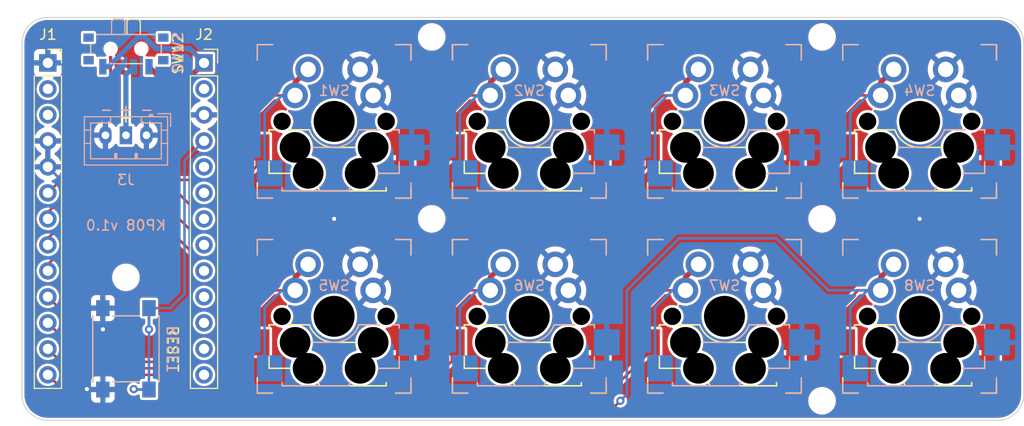
<source format=kicad_pcb>
(kicad_pcb (version 20211014) (generator pcbnew)
  (title_block (title "KP08") (rev "1.0") (comment 1 "MIT License (Open source hardware)"))
  (layers (0 "F.Cu" signal) (31 "B.Cu" signal) (34 "B.Paste" user) (35 "F.Paste" user) (36 "B.SilkS" user "B.Silkscreen") (37 "F.SilkS" user "F.Silkscreen") (38 "B.Mask" user) (39 "F.Mask" user) (44 "Edge.Cuts" user))
  (net 0 "")
  (net 1 "GND")
  (net 2 "+BATT")
  (net 3 "Net-(J3-Pad2)")
  (net 4 "KEY_1")
  (net 5 "KEY_2")
  (net 6 "KEY_3")
  (net 7 "KEY_4")
  (net 8 "KEY_5")
  (net 9 "KEY_6")
  (net 10 "KEY_7")
  (net 11 "KEY_8")
  (net 12 "RESET")
  (net 16 "VBUS")
  (net 17 "+3V3")
  (footprint "key-switches:MX_switch_Gateron_hotswap_double_sided_A" (layer "F.Cu") (at 171.45 76.2)
    (fp_text reference "SW4" (at 0 -3 unlocked) (layer "B.SilkS") (effects (justify mirror)))
    (fp_text value "SW_Push" hide)
    (pad "" np_thru_hole circle (at 5.08 0) (size 1.7 1.7) (drill 1.7) (layers *.Mask))
    (pad "" np_thru_hole circle (at -3.81 2.54) (size 3 3) (drill 3) (layers *.Mask))
    (pad "" np_thru_hole circle (at -5.08 0) (size 1.7 1.7) (drill 1.7) (layers *.Mask))
    (pad "" np_thru_hole circle (at -2.54 5.08) (size 3 3) (drill 3) (layers *.Mask))
    (pad "" np_thru_hole circle (at 3.81 2.54) (size 3 3) (drill 3) (layers *.Mask))
    (pad "" np_thru_hole circle (at 2.54 5.08) (size 3 3) (drill 3) (layers *.Mask))
    (pad "" np_thru_hole circle (at 0 0) (size 4 4) (drill 4) (layers *.Mask))
    (pad "1" thru_hole circle (at -3.81 -2.54) (size 2.5 2.5) (drill 1.5) (layers *.Cu *.Mask) (net 7 "KEY_4"))
    (pad "1" smd rect (at -6.29 5.08) (size 2.5 2.55) (layers "B.Cu" "B.Paste" "B.Mask") (net 7 "KEY_4"))
    (pad "1" thru_hole circle (at -2.54 -5.08) (size 2.5 2.5) (drill 1.5) (layers *.Cu *.Mask) (net 7 "KEY_4"))
    (pad "1" smd rect (at -7.56 2.54) (size 2.5 2.55) (layers "F.Cu" "F.Paste" "F.Mask") (net 7 "KEY_4"))
    (pad "2" thru_hole circle (at 3.81 -2.54) (size 2.5 2.5) (drill 1.5) (layers *.Cu *.Mask) (net 1 "GND"))
    (pad "2" thru_hole circle (at 2.54 -5.08) (size 2.5 2.5) (drill 1.5) (layers *.Cu *.Mask) (net 1 "GND"))
    (pad "2" smd rect (at 6.29 5.08) (size 2.5 2.55) (layers "F.Cu" "F.Paste" "F.Mask") (net 1 "GND"))
    (pad "2" smd rect (at 7.56 2.54) (size 2.5 2.55) (layers "B.Cu" "B.Paste" "B.Mask") (net 1 "GND"))
  )
  (footprint "key-switches:MX_switch_Gateron_hotswap_double_sided_A" (layer "F.Cu") (at 114.3 76.2)
    (fp_text reference "SW1" (at 0 -3 unlocked) (layer "B.SilkS") (effects (justify mirror)))
    (fp_text value "SW_Push" hide)
    (pad "" np_thru_hole circle (at 2.54 5.08) (size 3 3) (drill 3) (layers *.Mask))
    (pad "" np_thru_hole circle (at -5.08 0) (size 1.7 1.7) (drill 1.7) (layers *.Mask))
    (pad "" np_thru_hole circle (at 3.81 2.54) (size 3 3) (drill 3) (layers *.Mask))
    (pad "" np_thru_hole circle (at 0 0) (size 4 4) (drill 4) (layers *.Mask))
    (pad "" np_thru_hole circle (at 5.08 0) (size 1.7 1.7) (drill 1.7) (layers *.Mask))
    (pad "" np_thru_hole circle (at -2.54 5.08) (size 3 3) (drill 3) (layers *.Mask))
    (pad "" np_thru_hole circle (at -3.81 2.54) (size 3 3) (drill 3) (layers *.Mask))
    (pad "1" smd rect (at -7.56 2.54) (size 2.5 2.55) (layers "F.Cu" "F.Paste" "F.Mask") (net 4 "KEY_1"))
    (pad "1" thru_hole circle (at -2.54 -5.08) (size 2.5 2.5) (drill 1.5) (layers *.Cu *.Mask) (net 4 "KEY_1"))
    (pad "1" thru_hole circle (at -3.81 -2.54) (size 2.5 2.5) (drill 1.5) (layers *.Cu *.Mask) (net 4 "KEY_1"))
    (pad "1" smd rect (at -6.29 5.08) (size 2.5 2.55) (layers "B.Cu" "B.Paste" "B.Mask") (net 4 "KEY_1"))
    (pad "2" smd rect (at 6.29 5.08) (size 2.5 2.55) (layers "F.Cu" "F.Paste" "F.Mask") (net 1 "GND"))
    (pad "2" thru_hole circle (at 3.81 -2.54) (size 2.5 2.5) (drill 1.5) (layers *.Cu *.Mask) (net 1 "GND"))
    (pad "2" smd rect (at 7.56 2.54) (size 2.5 2.55) (layers "B.Cu" "B.Paste" "B.Mask") (net 1 "GND"))
    (pad "2" thru_hole circle (at 2.54 -5.08) (size 2.5 2.5) (drill 1.5) (layers *.Cu *.Mask) (net 1 "GND"))
  )
  (footprint "Button_Switch_SMD:SW_Push_1P1T_NO_6x6mm_H9.5mm" (layer "F.Cu") (at 93.98 98.425 -90)
    (fp_text reference "SW11" hide)
    (fp_text value "SW_Push")
    (fp_text user "RESET" (at 0 -4.572 -90 unlocked) (layer "F.SilkS"))
    (pad "1" smd rect (at -3.975 -2.25 270) (size 1.55 1.3) (layers "F.Cu" "F.Paste" "F.Mask") (net 12 "RESET"))
    (pad "1" smd rect (at 3.975 -2.25 270) (size 1.55 1.3) (layers "F.Cu" "F.Paste" "F.Mask") (net 12 "RESET"))
    (pad "2" smd rect (at -3.975 2.25 270) (size 1.55 1.3) (layers "F.Cu" "F.Paste" "F.Mask") (net 1 "GND"))
    (pad "2" smd rect (at 3.975 2.25 270) (size 1.55 1.3) (layers "F.Cu" "F.Paste" "F.Mask") (net 1 "GND"))
  )
  (footprint "key-switches:MX_switch_Gateron_hotswap_double_sided_A" (layer "F.Cu") (at 171.45 95.25)
    (fp_text reference "SW8" (at 0 -3 unlocked) (layer "B.SilkS") (effects (justify mirror)))
    (fp_text value "SW_Push" hide)
    (pad "" np_thru_hole circle (at 5.08 0) (size 1.7 1.7) (drill 1.7) (layers *.Mask))
    (pad "" np_thru_hole circle (at -2.54 5.08) (size 3 3) (drill 3) (layers *.Mask))
    (pad "" np_thru_hole circle (at 3.81 2.54) (size 3 3) (drill 3) (layers *.Mask))
    (pad "" np_thru_hole circle (at -3.81 2.54) (size 3 3) (drill 3) (layers *.Mask))
    (pad "" np_thru_hole circle (at 2.54 5.08) (size 3 3) (drill 3) (layers *.Mask))
    (pad "" np_thru_hole circle (at 0 0) (size 4 4) (drill 4) (layers *.Mask))
    (pad "" np_thru_hole circle (at -5.08 0) (size 1.7 1.7) (drill 1.7) (layers *.Mask))
    (pad "1" thru_hole circle (at -3.81 -2.54) (size 2.5 2.5) (drill 1.5) (layers *.Cu *.Mask) (net 11 "KEY_8"))
    (pad "1" thru_hole circle (at -2.54 -5.08) (size 2.5 2.5) (drill 1.5) (layers *.Cu *.Mask) (net 11 "KEY_8"))
    (pad "1" smd rect (at -6.29 5.08) (size 2.5 2.55) (layers "B.Cu" "B.Paste" "B.Mask") (net 11 "KEY_8"))
    (pad "1" smd rect (at -7.56 2.54) (size 2.5 2.55) (layers "F.Cu" "F.Paste" "F.Mask") (net 11 "KEY_8"))
    (pad "2" smd rect (at 6.29 5.08) (size 2.5 2.55) (layers "F.Cu" "F.Paste" "F.Mask") (net 1 "GND"))
    (pad "2" thru_hole circle (at 2.54 -5.08) (size 2.5 2.5) (drill 1.5) (layers *.Cu *.Mask) (net 1 "GND"))
    (pad "2" thru_hole circle (at 3.81 -2.54) (size 2.5 2.5) (drill 1.5) (layers *.Cu *.Mask) (net 1 "GND"))
    (pad "2" smd rect (at 7.56 2.54) (size 2.5 2.55) (layers "B.Cu" "B.Paste" "B.Mask") (net 1 "GND"))
  )
  (footprint "Connector_PinSocket_2.54mm:PinSocket_1x13_P2.54mm_Vertical" (layer "F.Cu") (at 86.36 70.485)
    (fp_text reference "J1" (at 0 -2.77) (layer "F.SilkS"))
    (fp_text value "Conn_01x13")
    (pad "1" thru_hole rect locked (at 0 0) (size 1.7 1.7) (drill 1) (layers *.Cu *.Mask) (net 1 "GND"))
    (pad "2" thru_hole oval locked (at 0 2.54) (size 1.7 1.7) (drill 1) (layers *.Cu *.Mask))
    (pad "3" thru_hole oval locked (at 0 5.08) (size 1.7 1.7) (drill 1) (layers *.Cu *.Mask))
    (pad "4" thru_hole oval locked (at 0 7.62) (size 1.7 1.7) (drill 1) (layers *.Cu *.Mask) (net 1 "GND"))
    (pad "5" thru_hole oval locked (at 0 10.16) (size 1.7 1.7) (drill 1) (layers *.Cu *.Mask) (net 1 "GND"))
    (pad "6" thru_hole oval locked (at 0 12.7) (size 1.7 1.7) (drill 1) (layers *.Cu *.Mask) (net 4 "KEY_1"))
    (pad "7" thru_hole oval locked (at 0 15.24) (size 1.7 1.7) (drill 1) (layers *.Cu *.Mask) (net 5 "KEY_2"))
    (pad "8" thru_hole oval locked (at 0 17.78) (size 1.7 1.7) (drill 1) (layers *.Cu *.Mask) (net 6 "KEY_3"))
    (pad "9" thru_hole oval locked (at 0 20.32) (size 1.7 1.7) (drill 1) (layers *.Cu *.Mask) (net 7 "KEY_4"))
    (pad "10" thru_hole oval locked (at 0 22.86) (size 1.7 1.7) (drill 1) (layers *.Cu *.Mask) (net 8 "KEY_5"))
    (pad "11" thru_hole oval locked (at 0 25.4) (size 1.7 1.7) (drill 1) (layers *.Cu *.Mask) (net 9 "KEY_6"))
    (pad "12" thru_hole oval locked (at 0 27.94) (size 1.7 1.7) (drill 1) (layers *.Cu *.Mask) (net 10 "KEY_7"))
    (pad "13" thru_hole oval locked (at 0 30.48) (size 1.7 1.7) (drill 1) (layers *.Cu *.Mask) (net 11 "KEY_8"))
  )
  (footprint "MountingHole:MountingHole_2.2mm_M2" (layer "F.Cu") (at 93.98 91.44)
    (fp_text reference "REF**" hide)
    (fp_text value "MountingHole_2.2mm_M2" hide)
    (pad "" np_thru_hole circle (at 0 0) (size 2.2 2.2) (drill 2.2) (layers *.Cu *.Mask))
  )
  (footprint "key-switches:MX_switch_Gateron_hotswap_double_sided_A" (layer "F.Cu") (at 133.35 76.2)
    (fp_text reference "SW2" (at 0 -3 unlocked) (layer "B.SilkS") (effects (justify mirror)))
    (fp_text value "SW_Push" hide)
    (pad "" np_thru_hole circle (at 2.54 5.08) (size 3 3) (drill 3) (layers *.Mask))
    (pad "" np_thru_hole circle (at 0 0) (size 4 4) (drill 4) (layers *.Mask))
    (pad "" np_thru_hole circle (at 3.81 2.54) (size 3 3) (drill 3) (layers *.Mask))
    (pad "" np_thru_hole circle (at -3.81 2.54) (size 3 3) (drill 3) (layers *.Mask))
    (pad "" np_thru_hole circle (at 5.08 0) (size 1.7 1.7) (drill 1.7) (layers *.Mask))
    (pad "" np_thru_hole circle (at -5.08 0) (size 1.7 1.7) (drill 1.7) (layers *.Mask))
    (pad "" np_thru_hole circle (at -2.54 5.08) (size 3 3) (drill 3) (layers *.Mask))
    (pad "1" smd rect (at -6.29 5.08) (size 2.5 2.55) (layers "B.Cu" "B.Paste" "B.Mask") (net 5 "KEY_2"))
    (pad "1" smd rect (at -7.56 2.54) (size 2.5 2.55) (layers "F.Cu" "F.Paste" "F.Mask") (net 5 "KEY_2"))
    (pad "1" thru_hole circle (at -3.81 -2.54) (size 2.5 2.5) (drill 1.5) (layers *.Cu *.Mask) (net 5 "KEY_2"))
    (pad "1" thru_hole circle (at -2.54 -5.08) (size 2.5 2.5) (drill 1.5) (layers *.Cu *.Mask) (net 5 "KEY_2"))
    (pad "2" thru_hole circle (at 2.54 -5.08) (size 2.5 2.5) (drill 1.5) (layers *.Cu *.Mask) (net 1 "GND"))
    (pad "2" thru_hole circle (at 3.81 -2.54) (size 2.5 2.5) (drill 1.5) (layers *.Cu *.Mask) (net 1 "GND"))
    (pad "2" smd rect (at 7.56 2.54) (size 2.5 2.55) (layers "B.Cu" "B.Paste" "B.Mask") (net 1 "GND"))
    (pad "2" smd rect (at 6.29 5.08) (size 2.5 2.55) (layers "F.Cu" "F.Paste" "F.Mask") (net 1 "GND"))
  )
  (footprint "Connector_PinSocket_2.54mm:PinSocket_1x13_P2.54mm_Vertical" (layer "F.Cu") (at 101.6 70.485)
    (fp_text reference "J2" (at 0 -2.77) (layer "F.SilkS"))
    (fp_text value "Conn_01x13")
    (pad "1" thru_hole rect locked (at 0 0) (size 1.7 1.7) (drill 1) (layers *.Cu *.Mask) (net 2 "+BATT"))
    (pad "2" thru_hole oval locked (at 0 2.54) (size 1.7 1.7) (drill 1) (layers *.Cu *.Mask) (net 16 "VBUS"))
    (pad "3" thru_hole oval locked (at 0 5.08) (size 1.7 1.7) (drill 1) (layers *.Cu *.Mask) (net 1 "GND"))
    (pad "4" thru_hole oval locked (at 0 7.62) (size 1.7 1.7) (drill 1) (layers *.Cu *.Mask) (net 12 "RESET"))
    (pad "5" thru_hole oval locked (at 0 10.16) (size 1.7 1.7) (drill 1) (layers *.Cu *.Mask) (net 17 "+3V3"))
    (pad "6" thru_hole oval locked (at 0 12.7) (size 1.7 1.7) (drill 1) (layers *.Cu *.Mask))
    (pad "7" thru_hole oval locked (at 0 15.24) (size 1.7 1.7) (drill 1) (layers *.Cu *.Mask))
    (pad "8" thru_hole oval locked (at 0 17.78) (size 1.7 1.7) (drill 1) (layers *.Cu *.Mask))
    (pad "9" thru_hole oval locked (at 0 20.32) (size 1.7 1.7) (drill 1) (layers *.Cu *.Mask))
    (pad "10" thru_hole oval locked (at 0 22.86) (size 1.7 1.7) (drill 1) (layers *.Cu *.Mask))
    (pad "11" thru_hole oval locked (at 0 25.4) (size 1.7 1.7) (drill 1) (layers *.Cu *.Mask))
    (pad "12" thru_hole oval locked (at 0 27.94) (size 1.7 1.7) (drill 1) (layers *.Cu *.Mask))
    (pad "13" thru_hole oval locked (at 0 30.48) (size 1.7 1.7) (drill 1) (layers *.Cu *.Mask))
  )
  (footprint "MountingHole:MountingHole_2.2mm_M2" (layer "F.Cu") (at 161.925 85.725)
    (fp_text reference "REF**" hide)
    (fp_text value "MountingHole_2.2mm_M2" hide)
    (pad "" np_thru_hole circle (at 0 0) (size 2.2 2.2) (drill 2.2) (layers *.Cu *.Mask))
  )
  (footprint "key-switches:MX_switch_Gateron_hotswap_double_sided_A" (layer "F.Cu") (at 133.35 95.25)
    (fp_text reference "SW6" (at 0 -3 unlocked) (layer "B.SilkS") (effects (justify mirror)))
    (fp_text value "SW_Push" hide)
    (pad "" np_thru_hole circle (at 0 0) (size 4 4) (drill 4) (layers *.Mask))
    (pad "" np_thru_hole circle (at 3.81 2.54) (size 3 3) (drill 3) (layers *.Mask))
    (pad "" np_thru_hole circle (at -2.54 5.08) (size 3 3) (drill 3) (layers *.Mask))
    (pad "" np_thru_hole circle (at -3.81 2.54) (size 3 3) (drill 3) (layers *.Mask))
    (pad "" np_thru_hole circle (at 5.08 0) (size 1.7 1.7) (drill 1.7) (layers *.Mask))
    (pad "" np_thru_hole circle (at -5.08 0) (size 1.7 1.7) (drill 1.7) (layers *.Mask))
    (pad "" np_thru_hole circle (at 2.54 5.08) (size 3 3) (drill 3) (layers *.Mask))
    (pad "1" thru_hole circle (at -2.54 -5.08) (size 2.5 2.5) (drill 1.5) (layers *.Cu *.Mask) (net 9 "KEY_6"))
    (pad "1" thru_hole circle (at -3.81 -2.54) (size 2.5 2.5) (drill 1.5) (layers *.Cu *.Mask) (net 9 "KEY_6"))
    (pad "1" smd rect (at -6.29 5.08) (size 2.5 2.55) (layers "B.Cu" "B.Paste" "B.Mask") (net 9 "KEY_6"))
    (pad "1" smd rect (at -7.56 2.54) (size 2.5 2.55) (layers "F.Cu" "F.Paste" "F.Mask") (net 9 "KEY_6"))
    (pad "2" smd rect (at 7.56 2.54) (size 2.5 2.55) (layers "B.Cu" "B.Paste" "B.Mask") (net 1 "GND"))
    (pad "2" thru_hole circle (at 2.54 -5.08) (size 2.5 2.5) (drill 1.5) (layers *.Cu *.Mask) (net 1 "GND"))
    (pad "2" thru_hole circle (at 3.81 -2.54) (size 2.5 2.5) (drill 1.5) (layers *.Cu *.Mask) (net 1 "GND"))
    (pad "2" smd rect (at 6.29 5.08) (size 2.5 2.55) (layers "F.Cu" "F.Paste" "F.Mask") (net 1 "GND"))
  )
  (footprint "MountingHole:MountingHole_2.2mm_M2" (layer "F.Cu") (at 161.925 103.505)
    (fp_text reference "REF**" hide)
    (fp_text value "MountingHole_2.2mm_M2" hide)
    (pad "" np_thru_hole circle (at 0 0) (size 2.2 2.2) (drill 2.2) (layers *.Cu *.Mask))
  )
  (footprint "MountingHole:MountingHole_2.2mm_M2" (layer "F.Cu") (at 161.925 67.945)
    (fp_text reference "REF**" hide)
    (fp_text value "MountingHole_2.2mm_M2" hide)
    (pad "" np_thru_hole circle (at 0 0) (size 2.2 2.2) (drill 2.2) (layers *.Cu *.Mask))
  )
  (footprint "key-switches:MX_switch_Gateron_hotswap_double_sided_A" (layer "F.Cu") (at 152.4 95.25)
    (fp_text reference "SW7" (at 0 -3 unlocked) (layer "B.SilkS") (effects (justify mirror)))
    (fp_text value "SW_Push" hide)
    (pad "" np_thru_hole circle (at 2.54 5.08) (size 3 3) (drill 3) (layers *.Mask))
    (pad "" np_thru_hole circle (at -2.54 5.08) (size 3 3) (drill 3) (layers *.Mask))
    (pad "" np_thru_hole circle (at 3.81 2.54) (size 3 3) (drill 3) (layers *.Mask))
    (pad "" np_thru_hole circle (at 5.08 0) (size 1.7 1.7) (drill 1.7) (layers *.Mask))
    (pad "" np_thru_hole circle (at -3.81 2.54) (size 3 3) (drill 3) (layers *.Mask))
    (pad "" np_thru_hole circle (at 0 0) (size 4 4) (drill 4) (layers *.Mask))
    (pad "" np_thru_hole circle (at -5.08 0) (size 1.7 1.7) (drill 1.7) (layers *.Mask))
    (pad "1" smd rect (at -7.56 2.54) (size 2.5 2.55) (layers "F.Cu" "F.Paste" "F.Mask") (net 10 "KEY_7"))
    (pad "1" smd rect (at -6.29 5.08) (size 2.5 2.55) (layers "B.Cu" "B.Paste" "B.Mask") (net 10 "KEY_7"))
    (pad "1" thru_hole circle (at -2.54 -5.08) (size 2.5 2.5) (drill 1.5) (layers *.Cu *.Mask) (net 10 "KEY_7"))
    (pad "1" thru_hole circle (at -3.81 -2.54) (size 2.5 2.5) (drill 1.5) (layers *.Cu *.Mask) (net 10 "KEY_7"))
    (pad "2" smd rect (at 7.56 2.54) (size 2.5 2.55) (layers "B.Cu" "B.Paste" "B.Mask") (net 1 "GND"))
    (pad "2" thru_hole circle (at 2.54 -5.08) (size 2.5 2.5) (drill 1.5) (layers *.Cu *.Mask) (net 1 "GND"))
    (pad "2" thru_hole circle (at 3.81 -2.54) (size 2.5 2.5) (drill 1.5) (layers *.Cu *.Mask) (net 1 "GND"))
    (pad "2" smd rect (at 6.29 5.08) (size 2.5 2.55) (layers "F.Cu" "F.Paste" "F.Mask") (net 1 "GND"))
  )
  (footprint "key-switches:MX_switch_Gateron_hotswap_double_sided_A" (layer "F.Cu") (at 152.4 76.2)
    (fp_text reference "SW3" (at 0 -3 unlocked) (layer "B.SilkS") (effects (justify mirror)))
    (fp_text value "SW_Push" hide)
    (pad "" np_thru_hole circle (at 5.08 0) (size 1.7 1.7) (drill 1.7) (layers *.Mask))
    (pad "" np_thru_hole circle (at 3.81 2.54) (size 3 3) (drill 3) (layers *.Mask))
    (pad "" np_thru_hole circle (at -2.54 5.08) (size 3 3) (drill 3) (layers *.Mask))
    (pad "" np_thru_hole circle (at -5.08 0) (size 1.7 1.7) (drill 1.7) (layers *.Mask))
    (pad "" np_thru_hole circle (at -3.81 2.54) (size 3 3) (drill 3) (layers *.Mask))
    (pad "" np_thru_hole circle (at 2.54 5.08) (size 3 3) (drill 3) (layers *.Mask))
    (pad "" np_thru_hole circle (at 0 0) (size 4 4) (drill 4) (layers *.Mask))
    (pad "1" smd rect (at -7.56 2.54) (size 2.5 2.55) (layers "F.Cu" "F.Paste" "F.Mask") (net 6 "KEY_3"))
    (pad "1" thru_hole circle (at -2.54 -5.08) (size 2.5 2.5) (drill 1.5) (layers *.Cu *.Mask) (net 6 "KEY_3"))
    (pad "1" thru_hole circle (at -3.81 -2.54) (size 2.5 2.5) (drill 1.5) (layers *.Cu *.Mask) (net 6 "KEY_3"))
    (pad "1" smd rect (at -6.29 5.08) (size 2.5 2.55) (layers "B.Cu" "B.Paste" "B.Mask") (net 6 "KEY_3"))
    (pad "2" smd rect (at 7.56 2.54) (size 2.5 2.55) (layers "B.Cu" "B.Paste" "B.Mask") (net 1 "GND"))
    (pad "2" thru_hole circle (at 3.81 -2.54) (size 2.5 2.5) (drill 1.5) (layers *.Cu *.Mask) (net 1 "GND"))
    (pad "2" smd rect (at 6.29 5.08) (size 2.5 2.55) (layers "F.Cu" "F.Paste" "F.Mask") (net 1 "GND"))
    (pad "2" thru_hole circle (at 2.54 -5.08) (size 2.5 2.5) (drill 1.5) (layers *.Cu *.Mask) (net 1 "GND"))
  )
  (footprint "MountingHole:MountingHole_2.2mm_M2" (layer "F.Cu") (at 123.825 85.725)
    (fp_text reference "REF**" hide)
    (fp_text value "MountingHole_2.2mm_M2" hide)
    (pad "" np_thru_hole circle (at 0 0) (size 2.2 2.2) (drill 2.2) (layers *.Cu *.Mask))
  )
  (footprint "key-switches:MX_switch_Gateron_hotswap_double_sided_A" (layer "F.Cu") (at 114.3 95.25)
    (fp_text reference "SW5" (at 0 -3 unlocked) (layer "B.SilkS") (effects (justify mirror)))
    (fp_text value "SW_Push" hide)
    (pad "" np_thru_hole circle (at -2.54 5.08) (size 3 3) (drill 3) (layers *.Mask))
    (pad "" np_thru_hole circle (at 5.08 0) (size 1.7 1.7) (drill 1.7) (layers *.Mask))
    (pad "" np_thru_hole circle (at 0 0) (size 4 4) (drill 4) (layers *.Mask))
    (pad "" np_thru_hole circle (at -5.08 0) (size 1.7 1.7) (drill 1.7) (layers *.Mask))
    (pad "" np_thru_hole circle (at 2.54 5.08) (size 3 3) (drill 3) (layers *.Mask))
    (pad "" np_thru_hole circle (at -3.81 2.54) (size 3 3) (drill 3) (layers *.Mask))
    (pad "" np_thru_hole circle (at 3.81 2.54) (size 3 3) (drill 3) (layers *.Mask))
    (pad "1" thru_hole circle (at -2.54 -5.08) (size 2.5 2.5) (drill 1.5) (layers *.Cu *.Mask) (net 8 "KEY_5"))
    (pad "1" smd rect (at -7.56 2.54) (size 2.5 2.55) (layers "F.Cu" "F.Paste" "F.Mask") (net 8 "KEY_5"))
    (pad "1" smd rect (at -6.29 5.08) (size 2.5 2.55) (layers "B.Cu" "B.Paste" "B.Mask") (net 8 "KEY_5"))
    (pad "1" thru_hole circle (at -3.81 -2.54) (size 2.5 2.5) (drill 1.5) (layers *.Cu *.Mask) (net 8 "KEY_5"))
    (pad "2" smd rect (at 6.29 5.08) (size 2.5 2.55) (layers "F.Cu" "F.Paste" "F.Mask") (net 1 "GND"))
    (pad "2" thru_hole circle (at 3.81 -2.54) (size 2.5 2.5) (drill 1.5) (layers *.Cu *.Mask) (net 1 "GND"))
    (pad "2" smd rect (at 7.56 2.54) (size 2.5 2.55) (layers "B.Cu" "B.Paste" "B.Mask") (net 1 "GND"))
    (pad "2" thru_hole circle (at 2.54 -5.08) (size 2.5 2.5) (drill 1.5) (layers *.Cu *.Mask) (net 1 "GND"))
  )
  (footprint "MountingHole:MountingHole_2.2mm_M2" (layer "F.Cu") (at 123.825 67.945)
    (fp_text reference "REF**" hide)
    (fp_text value "MountingHole_2.2mm_M2" hide)
    (pad "" np_thru_hole circle (at 0 0) (size 2.2 2.2) (drill 2.2) (layers *.Cu *.Mask))
  )
  (footprint "Button_Switch_SMD:SW_SPDT_PCM12" (layer "F.Cu") (at 93.98 69.436 180)
    (fp_text reference "SW12" (at -5.08 -0.16 90) (layer "F.SilkS"))
    (fp_text value "SW_Push_SPDT")
    (pad "" smd rect (at -3.65 1.43 180) (size 1 0.8) (layers "F.Cu" "F.Paste" "F.Mask"))
    (pad "" smd rect (at 3.65 1.43 180) (size 1 0.8) (layers "F.Cu" "F.Paste" "F.Mask"))
    (pad "" smd rect (at 3.65 -0.78 180) (size 1 0.8) (layers "F.Cu" "F.Paste" "F.Mask"))
    (pad "" np_thru_hole circle (at -1.5 0.33 180) (size 0.9 0.9) (drill 0.9) (layers *.Cu *.Mask))
    (pad "" np_thru_hole circle (at 1.5 0.33 180) (size 0.9 0.9) (drill 0.9) (layers *.Cu *.Mask))
    (pad "" smd rect (at -3.65 -0.78 180) (size 1 0.8) (layers "F.Cu" "F.Paste" "F.Mask"))
    (pad "1" smd rect (at -2.25 -1.43 180) (size 0.7 1.5) (layers "F.Cu" "F.Paste" "F.Mask") (net 2 "+BATT"))
    (pad "2" smd rect (at 0.75 -1.43 180) (size 0.7 1.5) (layers "F.Cu" "F.Paste" "F.Mask") (net 3 "Net-(J3-Pad2)"))
    (pad "3" smd rect (at 2.25 -1.43 180) (size 0.7 1.5) (layers "F.Cu" "F.Paste" "F.Mask"))
  )
  (footprint "Button_Switch_SMD:SW_SPDT_PCM12" (layer "B.Cu") (at 93.98 69.436)
    (fp_text reference "SW10" (at 5.08 0 90) (layer "B.SilkS") (effects (justify mirror)))
    (fp_text value "SW_Push_SPDT")
    (pad "" smd rect (at 3.65 -1.43) (size 1 0.8) (layers "B.Cu" "B.Paste" "B.Mask"))
    (pad "" smd rect (at -3.65 -1.43) (size 1 0.8) (layers "B.Cu" "B.Paste" "B.Mask"))
    (pad "" smd rect (at -3.65 0.78) (size 1 0.8) (layers "B.Cu" "B.Paste" "B.Mask"))
    (pad "" np_thru_hole circle (at -1.5 -0.33) (size 0.9 0.9) (drill 0.9) (layers *.Cu *.Mask))
    (pad "" np_thru_hole circle (at 1.5 -0.33) (size 0.9 0.9) (drill 0.9) (layers *.Cu *.Mask))
    (pad "" smd rect (at 3.65 0.78) (size 1 0.8) (layers "B.Cu" "B.Paste" "B.Mask"))
    (pad "1" smd rect (at -2.25 1.43) (size 0.7 1.5) (layers "B.Cu" "B.Paste" "B.Mask") (net 2 "+BATT"))
    (pad "2" smd rect (at 0.75 1.43) (size 0.7 1.5) (layers "B.Cu" "B.Paste" "B.Mask") (net 3 "Net-(J3-Pad2)"))
    (pad "3" smd rect (at 2.25 1.43) (size 0.7 1.5) (layers "B.Cu" "B.Paste" "B.Mask"))
  )
  (footprint "Button_Switch_SMD:SW_Push_1P1T_NO_6x6mm_H9.5mm" (layer "B.Cu") (at 93.98 98.425 90)
    (fp_text reference "SW9" hide)
    (fp_text value "SW_Push")
    (fp_text user "RESET" (at 0 4.572 90 unlocked) (layer "B.SilkS") (effects (justify mirror)))
    (pad "1" smd rect (at 3.975 2.25 90) (size 1.55 1.3) (layers "B.Cu" "B.Paste" "B.Mask") (net 12 "RESET"))
    (pad "1" smd rect (at -3.975 2.25 90) (size 1.55 1.3) (layers "B.Cu" "B.Paste" "B.Mask") (net 12 "RESET"))
    (pad "2" smd rect (at -3.975 -2.25 90) (size 1.55 1.3) (layers "B.Cu" "B.Paste" "B.Mask") (net 1 "GND"))
    (pad "2" smd rect (at 3.975 -2.25 90) (size 1.55 1.3) (layers "B.Cu" "B.Paste" "B.Mask") (net 1 "GND"))
  )
  (footprint "Connector_JST:JST_PH_B3B-PH-K_1x03_P2.00mm_Vertical" (layer "B.Cu") (at 95.98 77.555 180)
    (fp_text reference "J3" (at 2 -4.36) (layer "B.SilkS") (effects (justify mirror)))
    (fp_text value "Conn_01x03")
    (fp_text user "-" (at -0.032 2.371 180 unlocked) (layer "B.SilkS") (effects (justify mirror)))
    (fp_text user "+" (at 2 2.371 180 unlocked) (layer "B.SilkS") (effects (justify mirror)))
    (fp_text user "-" (at 3.905 2.371 180 unlocked) (layer "B.SilkS") (effects (justify mirror)))
    (fp_text user "+" (at 2 1.609 180 unlocked) (layer "F.SilkS"))
    (pad "1" thru_hole oval (at 0 0 180) (size 1.2 1.75) (drill 0.75) (layers *.Cu *.Mask) (net 1 "GND"))
    (pad "2" thru_hole trapezoid (at 2 0 180) (size 1.2 1.75) (drill 0.75) (layers *.Cu *.Mask) (net 3 "Net-(J3-Pad2)"))
    (pad "3" thru_hole oval (at 4 0 180) (size 1.2 1.75) (drill 0.75) (layers *.Cu *.Mask) (net 1 "GND"))
  )
  (gr_line (start 83.82 102.87) (end 83.82 68.58) (layer "Edge.Cuts") (width 0.1))
  (gr_line (start 86.36 66.04) (end 179.07 66.04) (layer "Edge.Cuts") (width 0.1))
  (gr_arc (start 86.36 105.41) (mid 84.563949 104.666051) (end 83.82 102.87) (layer "Edge.Cuts") (width 0.1))
  (gr_arc (start 83.82 68.58) (mid 84.563949 66.783949) (end 86.36 66.04) (layer "Edge.Cuts") (width 0.1))
  (gr_arc (start 179.07 66.04) (mid 180.866051 66.783949) (end 181.61 68.58) (layer "Edge.Cuts") (width 0.1))
  (gr_line (start 179.07 105.41) (end 86.36 105.41) (layer "Edge.Cuts") (width 0.1))
  (gr_line (start 181.61 68.58) (end 181.61 102.87) (layer "Edge.Cuts") (width 0.1))
  (gr_arc (start 181.61 102.87) (mid 180.866051 104.666051) (end 179.07 105.41) (layer "Edge.Cuts") (width 0.1))
  (gr_text "${TITLE} v${REVISION}" (at 93.98 86.36) (layer "B.SilkS") (effects (font (size 1 1)) (justify mirror)))
  (segment (start 86.36 80.645) (end 86.36 78.105) (width 0.25) (layer "F.Cu") (net 1))
  (segment (start 88.9 71.12) (end 88.265 70.485) (width 0.25) (layer "F.Cu") (net 1))
  (segment (start 86.36 78.105) (end 89.07 78.105) (width 0.25) (layer "F.Cu") (net 1))
  (segment (start 95.98 77.555) (end 97.62 77.555) (width 0.25) (layer "F.Cu") (net 1))
  (segment (start 97.62 77.555) (end 99.61 75.565) (width 0.25) (layer "F.Cu") (net 1))
  (segment (start 91.98 77.555) (end 89.62 77.555) (width 0.25) (layer "F.Cu") (net 1))
  (segment (start 88.265 70.485) (end 86.36 70.485) (width 0.25) (layer "F.Cu") (net 1))
  (segment (start 90.17 102.362) (end 90.208 102.4) (width 0.25) (layer "F.Cu") (net 1))
  (segment (start 95.98 79.28) (end 95.98 77.555) (width 0.25) (layer "F.Cu") (net 1))
  (segment (start 91.98 77.555) (end 91.98 79.28) (width 0.25) (layer "F.Cu") (net 1))
  (segment (start 95.25 80.01) (end 95.98 79.28) (width 0.25) (layer "F.Cu") (net 1))
  (segment (start 91.73 94.45) (end 91.73 96.52) (width 0.25) (layer "F.Cu") (net 1))
  (segment (start 91.98 79.28) (end 92.71 80.01) (width 0.25) (layer "F.Cu") (net 1))
  (segment (start 89.62 77.555) (end 88.9 76.835) (width 0.25) (layer "F.Cu") (net 1))
  (segment (start 99.61 75.565) (end 101.6 75.565) (width 0.25) (layer "F.Cu") (net 1))
  (segment (start 89.07 78.105) (end 89.62 77.555) (width 0.25) (layer "F.Cu") (net 1))
  (segment (start 92.71 80.01) (end 95.25 80.01) (width 0.25) (layer "F.Cu") (net 1))
  (segment (start 88.9 76.835) (end 88.9 71.12) (width 0.25) (layer "F.Cu") (net 1))
  (segment (start 90.208 102.4) (end 91.73 102.4) (width 0.25) (layer "F.Cu") (net 1))
  (via (at 114.3 85.725) (size 0.8) (drill 0.4) (layers "F.Cu" "B.Cu") (net 1))
  (via (at 171.45 85.725) (size 0.8) (drill 0.4) (layers "F.Cu" "B.Cu") (net 1))
  (via (at 90.17 102.362) (size 0.8) (drill 0.4) (layers "F.Cu" "B.Cu") (net 1))
  (via (at 91.73 96.52) (size 0.8) (drill 0.4) (layers "F.Cu" "B.Cu") (net 1))
  (segment (start 91.73 94.45) (end 89.66 94.45) (width 0.25) (layer "B.Cu") (net 1))
  (segment (start 91.73 94.45) (end 91.73 96.52) (width 0.25) (layer "B.Cu") (net 1))
  (segment (start 90.208 102.4) (end 91.73 102.4) (width 0.25) (layer "B.Cu") (net 1))
  (segment (start 88.265 82.55) (end 86.36 80.645) (width 0.25) (layer "B.Cu") (net 1))
  (segment (start 88.265 93.055) (end 88.265 82.55) (width 0.25) (layer "B.Cu") (net 1))
  (segment (start 91.73 103.035) (end 91.73 96.52) (width 0.25) (layer "B.Cu") (net 1))
  (segment (start 89.66 94.45) (end 88.265 93.055) (width 0.25) (layer "B.Cu") (net 1))
  (segment (start 90.17 102.362) (end 90.208 102.4) (width 0.25) (layer "B.Cu") (net 1))
  (segment (start 100.457 71.628) (end 101.6 70.485) (width 0.5) (layer "F.Cu") (net 2))
  (segment (start 96.992 71.628) (end 100.457 71.628) (width 0.5) (layer "F.Cu") (net 2))
  (segment (start 96.23 70.866) (end 96.992 71.628) (width 0.5) (layer "F.Cu") (net 2))
  (segment (start 96.916753 69.088) (end 100.203 69.088) (width 0.5) (layer "B.Cu") (net 2))
  (segment (start 95.773753 67.945) (end 96.916753 69.088) (width 0.5) (layer "B.Cu") (net 2))
  (segment (start 91.73 70.866) (end 92.268996 70.866) (width 0.5) (layer "B.Cu") (net 2))
  (segment (start 95.189996 67.945) (end 95.773753 67.945) (width 0.5) (layer "B.Cu") (net 2))
  (segment (start 92.268996 70.866) (end 95.189996 67.945) (width 0.5) (layer "B.Cu") (net 2))
  (segment (start 100.203 69.088) (end 101.6 70.485) (width 0.5) (layer "B.Cu") (net 2))
  (segment (start 93.23 70.866) (end 93.98 71.616) (width 0.5) (layer "F.Cu") (net 3))
  (segment (start 93.98 71.616) (end 93.98 77.555) (width 0.5) (layer "F.Cu") (net 3))
  (segment (start 93.98 71.616) (end 94.73 70.866) (width 0.5) (layer "B.Cu") (net 3))
  (segment (start 93.98 77.555) (end 93.98 71.616) (width 0.5) (layer "B.Cu") (net 3))
  (segment (start 110.49 73.66) (end 108.295175 73.66) (width 0.25) (layer "F.Cu") (net 4))
  (segment (start 108.295175 73.66) (end 106.74 75.215175) (width 0.25) (layer "F.Cu") (net 4))
  (segment (start 106.74 80.585) (end 106.74 78.74) (width 0.25) (layer "F.Cu") (net 4))
  (segment (start 106.74 75.215175) (end 106.74 78.74) (width 0.25) (layer "F.Cu") (net 4))
  (segment (start 110.49 72.39) (end 110.49 73.66) (width 0.5) (layer "F.Cu") (net 4))
  (segment (start 87.63 81.915) (end 105.41 81.915) (width 0.25) (layer "F.Cu") (net 4))
  (segment (start 105.41 81.915) (end 106.74 80.585) (width 0.25) (layer "F.Cu") (net 4))
  (segment (start 86.36 83.185) (end 87.63 81.915) (width 0.25) (layer "F.Cu") (net 4))
  (segment (start 111.76 71.12) (end 110.49 72.39) (width 0.5) (layer "F.Cu") (net 4))
  (segment (start 108.01 81.28) (end 107.518805 80.788805) (width 0.25) (layer "B.Cu") (net 4))
  (segment (start 109.22 73.66) (end 110.49 73.66) (width 0.25) (layer "B.Cu") (net 4))
  (segment (start 107.518805 80.788805) (end 107.518805 75.361195) (width 0.25) (layer "B.Cu") (net 4))
  (segment (start 107.518805 75.361195) (end 109.22 73.66) (width 0.25) (layer "B.Cu") (net 4))
  (segment (start 127.345175 73.66) (end 125.79 75.215175) (width 0.25) (layer "F.Cu") (net 5))
  (segment (start 125.79 75.215175) (end 125.79 78.74) (width 0.25) (layer "F.Cu") (net 5))
  (segment (start 125.79 79.696) (end 121.031 84.455) (width 0.25) (layer "F.Cu") (net 5))
  (segment (start 129.54 72.39) (end 129.54 73.66) (width 0.5) (layer "F.Cu") (net 5))
  (segment (start 88.9 82.55) (end 86.36 85.09) (width 0.25) (layer "F.Cu") (net 5))
  (segment (start 129.54 73.66) (end 127.345175 73.66) (width 0.25) (layer "F.Cu") (net 5))
  (segment (start 125.79 78.74) (end 125.79 79.696) (width 0.25) (layer "F.Cu") (net 5))
  (segment (start 98.425 82.55) (end 88.9 82.55) (width 0.25) (layer "F.Cu") (net 5))
  (segment (start 130.81 71.12) (end 129.54 72.39) (width 0.5) (layer "F.Cu") (net 5))
  (segment (start 100.33 84.455) (end 98.425 82.55) (width 0.25) (layer "F.Cu") (net 5))
  (segment (start 121.031 84.455) (end 100.33 84.455) (width 0.25) (layer "F.Cu") (net 5))
  (segment (start 86.36 85.09) (end 86.36 85.725) (width 0.25) (layer "F.Cu") (net 5))
  (segment (start 126.568805 75.361195) (end 128.27 73.66) (width 0.25) (layer "B.Cu") (net 5))
  (segment (start 127.06 81.28) (end 126.568805 80.788805) (width 0.25) (layer "B.Cu") (net 5))
  (segment (start 128.27 73.66) (end 129.54 73.66) (width 0.25) (layer "B.Cu") (net 5))
  (segment (start 126.568805 80.788805) (end 126.568805 75.361195) (width 0.25) (layer "B.Cu") (net 5))
  (segment (start 148.59 72.39) (end 148.59 73.66) (width 0.5) (layer "F.Cu") (net 6))
  (segment (start 125.095 89.535) (end 128.905 85.725) (width 0.25) (layer "F.Cu") (net 6))
  (segment (start 144.84 80.585) (end 144.84 78.74) (width 0.25) (layer "F.Cu") (net 6))
  (segment (start 128.905 85.725) (end 139.7 85.725) (width 0.25) (layer "F.Cu") (net 6))
  (segment (start 90.805 83.185) (end 96.64165 83.185) (width 0.25) (layer "F.Cu") (net 6))
  (segment (start 144.84 75.215175) (end 144.84 78.74) (width 0.25) (layer "F.Cu") (net 6))
  (segment (start 86.36 88.265) (end 86.36 87.63) (width 0.25) (layer "F.Cu") (net 6))
  (segment (start 86.36 87.63) (end 90.805 83.185) (width 0.25) (layer "F.Cu") (net 6))
  (segment (start 100.45165 86.995) (end 120.015 86.995) (width 0.25) (layer "F.Cu") (net 6))
  (segment (start 122.555 89.535) (end 125.095 89.535) (width 0.25) (layer "F.Cu") (net 6))
  (segment (start 96.64165 83.185) (end 100.45165 86.995) (width 0.25) (layer "F.Cu") (net 6))
  (segment (start 139.7 85.725) (end 144.84 80.585) (width 0.25) (layer "F.Cu") (net 6))
  (segment (start 149.86 71.12) (end 148.59 72.39) (width 0.5) (layer "F.Cu") (net 6))
  (segment (start 120.015 86.995) (end 122.555 89.535) (width 0.25) (layer "F.Cu") (net 6))
  (segment (start 148.59 73.66) (end 146.395175 73.66) (width 0.25) (layer "F.Cu") (net 6))
  (segment (start 146.395175 73.66) (end 144.84 75.215175) (width 0.25) (layer "F.Cu") (net 6))
  (segment (start 146.822234 73.66) (end 148.59 73.66) (width 0.25) (layer "B.Cu") (net 6))
  (segment (start 145.618805 80.788805) (end 145.618805 74.863429) (width 0.25) (layer "B.Cu") (net 6))
  (segment (start 146.11 81.28) (end 145.618805 80.788805) (width 0.25) (layer "B.Cu") (net 6))
  (segment (start 145.618805 74.863429) (end 146.822234 73.66) (width 0.25) (layer "B.Cu") (net 6))
  (segment (start 104.775 87.63) (end 102.87 89.535) (width 0.25) (layer "F.Cu") (net 7))
  (segment (start 128.906396 86.36) (end 125.096396 90.17) (width 0.25) (layer "F.Cu") (net 7))
  (segment (start 125.096396 90.17) (end 122.553604 90.17) (width 0.25) (layer "F.Cu") (net 7))
  (segment (start 92.71 83.82) (end 86.36 90.17) (width 0.25) (layer "F.Cu") (net 7))
  (segment (start 163.89 75.215175) (end 163.89 78.74) (width 0.25) (layer "F.Cu") (net 7))
  (segment (start 122.553604 90.17) (end 120.013604 87.63) (width 0.25) (layer "F.Cu") (net 7))
  (segment (start 167.64 72.39) (end 167.64 73.66) (width 0.5) (layer "F.Cu") (net 7))
  (segment (start 100.965 89.535) (end 95.25 83.82) (width 0.25) (layer "F.Cu") (net 7))
  (segment (start 163.89 78.74) (end 163.89 79.95) (width 0.25) (layer "F.Cu") (net 7))
  (segment (start 165.445175 73.66) (end 163.89 75.215175) (width 0.25) (layer "F.Cu") (net 7))
  (segment (start 168.91 71.12) (end 167.64 72.39) (width 0.5) (layer "F.Cu") (net 7))
  (segment (start 102.87 89.535) (end 100.965 89.535) (width 0.25) (layer "F.Cu") (net 7))
  (segment (start 120.013604 87.63) (end 104.775 87.63) (width 0.25) (layer "F.Cu") (net 7))
  (segment (start 157.48 86.36) (end 128.906396 86.36) (width 0.25) (layer "F.Cu") (net 7))
  (segment (start 163.89 79.95) (end 157.48 86.36) (width 0.25) (layer "F.Cu") (net 7))
  (segment (start 86.36 90.17) (end 86.36 90.805) (width 0.25) (layer "F.Cu") (net 7))
  (segment (start 167.64 73.66) (end 165.445175 73.66) (width 0.25) (layer "F.Cu") (net 7))
  (segment (start 95.25 83.82) (end 92.71 83.82) (width 0.25) (layer "F.Cu") (net 7))
  (segment (start 165.16 81.28) (end 164.668805 80.788805) (width 0.25) (layer "B.Cu") (net 7))
  (segment (start 164.668805 75.361195) (end 166.37 73.66) (width 0.25) (layer "B.Cu") (net 7))
  (segment (start 164.668805 80.788805) (end 164.668805 75.361195) (width 0.25) (layer "B.Cu") (net 7))
  (segment (start 166.37 73.66) (end 167.64 73.66) (width 0.25) (layer "B.Cu") (net 7))
  (segment (start 108.295175 92.71) (end 106.74 94.265175) (width 0.25) (layer "F.Cu") (net 8))
  (segment (start 106.74 94.265175) (end 106.74 97.79) (width 0.25) (layer "F.Cu") (net 8))
  (segment (start 104.835 99.695) (end 106.74 97.79) (width 0.25) (layer "F.Cu") (net 8))
  (segment (start 86.36 93.345) (end 92.71 99.695) (width 0.25) (layer "F.Cu") (net 8))
  (segment (start 110.49 92.71) (end 108.295175 92.71) (width 0.25) (layer "F.Cu") (net 8))
  (segment (start 111.76 90.17) (end 110.49 91.44) (width 0.5) (layer "F.Cu") (net 8))
  (segment (start 110.49 91.44) (end 110.49 92.71) (width 0.5) (layer "F.Cu") (net 8))
  (segment (start 104.835 99.695) (end 103.505 99.695) (width 0.25) (layer "F.Cu") (net 8))
  (segment (start 92.71 99.695) (end 103.565 99.695) (width 0.25) (layer "F.Cu") (net 8))
  (segment (start 109.22 92.71) (end 110.49 92.71) (width 0.25) (layer "B.Cu") (net 8))
  (segment (start 107.518805 94.411195) (end 109.22 92.71) (width 0.25) (layer "B.Cu") (net 8))
  (segment (start 107.518805 99.838805) (end 107.518805 94.411195) (width 0.25) (layer "B.Cu") (net 8))
  (segment (start 108.01 100.33) (end 107.518805 99.838805) (width 0.25) (layer "B.Cu") (net 8))
  (segment (start 122.555 102.87) (end 100.965 102.87) (width 0.25) (layer "F.Cu") (net 9))
  (segment (start 98.425 100.33) (end 90.805 100.33) (width 0.25) (layer "F.Cu") (net 9))
  (segment (start 129.54 92.71) (end 127.345175 92.71) (width 0.25) (layer "F.Cu") (net 9))
  (segment (start 100.965 102.87) (end 98.425 100.33) (width 0.25) (layer "F.Cu") (net 9))
  (segment (start 90.805 100.33) (end 86.36 95.885) (width 0.25) (layer "F.Cu") (net 9))
  (segment (start 125.79 94.265175) (end 125.79 97.79) (width 0.25) (layer "F.Cu") (net 9))
  (segment (start 130.81 90.17) (end 129.54 91.44) (width 0.5) (layer "F.Cu") (net 9))
  (segment (start 127.345175 92.71) (end 125.79 94.265175) (width 0.25) (layer "F.Cu") (net 9))
  (segment (start 125.79 99.635) (end 122.555 102.87) (width 0.25) (layer "F.Cu") (net 9))
  (segment (start 129.54 91.44) (end 129.54 92.71) (width 0.5) (layer "F.Cu") (net 9))
  (segment (start 125.79 97.79) (end 125.79 99.635) (width 0.25) (layer "F.Cu") (net 9))
  (segment (start 126.568805 99.838805) (end 126.568805 94.411195) (width 0.25) (layer "B.Cu") (net 9))
  (segment (start 127.06 100.33) (end 126.568805 99.838805) (width 0.25) (layer "B.Cu") (net 9))
  (segment (start 128.27 92.71) (end 129.54 92.71) (width 0.25) (layer "B.Cu") (net 9))
  (segment (start 126.568805 94.411195) (end 128.27 92.71) (width 0.25) (layer "B.Cu") (net 9))
  (segment (start 144.84 99) (end 144.84 97.79) (width 0.25) (layer "F.Cu") (net 10))
  (segment (start 146.395175 92.71) (end 144.84 94.265175) (width 0.25) (layer "F.Cu") (net 10))
  (segment (start 88.9 100.965) (end 97.155 100.965) (width 0.25) (layer "F.Cu") (net 10))
  (segment (start 148.59 91.44) (end 148.59 92.71) (width 0.5) (layer "F.Cu") (net 10))
  (segment (start 97.155 100.965) (end 99.695 103.505) (width 0.25) (layer "F.Cu") (net 10))
  (segment (start 86.36 98.425) (end 88.9 100.965) (width 0.25) (layer "F.Cu") (net 10))
  (segment (start 149.86 90.17) (end 148.59 91.44) (width 0.5) (layer "F.Cu") (net 10))
  (segment (start 144.84 94.265175) (end 144.84 97.79) (width 0.25) (layer "F.Cu") (net 10))
  (segment (start 148.59 92.71) (end 146.395175 92.71) (width 0.25) (layer "F.Cu") (net 10))
  (segment (start 99.695 103.505) (end 140.335 103.505) (width 0.25) (layer "F.Cu") (net 10))
  (segment (start 140.335 103.505) (end 144.84 99) (width 0.25) (layer "F.Cu") (net 10))
  (segment (start 146.11 100.33) (end 145.618805 99.838805) (width 0.25) (layer "B.Cu") (net 10))
  (segment (start 145.618805 94.411195) (end 147.32 92.71) (width 0.25) (layer "B.Cu") (net 10))
  (segment (start 147.32 92.71) (end 148.59 92.71) (width 0.25) (layer "B.Cu") (net 10))
  (segment (start 145.618805 99.838805) (end 145.618805 94.411195) (width 0.25) (layer "B.Cu") (net 10))
  (segment (start 89.535 104.14) (end 86.36 100.965) (width 0.25) (layer "F.Cu") (net 11))
  (segment (start 167.64 92.71) (end 165.445175 92.71) (width 0.25) (layer "F.Cu") (net 11))
  (segment (start 142.24 103.505) (end 141.605 104.14) (width 0.25) (layer "F.Cu") (net 11))
  (segment (start 168.91 90.17) (end 167.64 91.44) (width 0.5) (layer "F.Cu") (net 11))
  (segment (start 163.89 94.265175) (end 163.89 97.79) (width 0.25) (layer "F.Cu") (net 11))
  (segment (start 167.64 91.44) (end 167.64 92.71) (width 0.5) (layer "F.Cu") (net 11))
  (segment (start 141.605 104.14) (end 89.535 104.14) (width 0.25) (layer "F.Cu") (net 11))
  (segment (start 165.445175 92.71) (end 163.89 94.265175) (width 0.25) (layer "F.Cu") (net 11))
  (via (at 142.24 103.505) (size 0.8) (drill 0.4) (layers "F.Cu" "B.Cu") (net 11))
  (segment (start 166.37 92.71) (end 167.64 92.71) (width 0.25) (layer "B.Cu") (net 11))
  (segment (start 142.24 103.505) (end 142.875 102.87) (width 0.25) (layer "B.Cu") (net 11))
  (segment (start 157.48 87.63) (end 162.56 92.71) (width 0.25) (layer "B.Cu") (net 11))
  (segment (start 142.875 102.87) (end 142.875 92.71) (width 0.25) (layer "B.Cu") (net 11))
  (segment (start 164.668805 94.411195) (end 166.37 92.71) (width 0.25) (layer "B.Cu") (net 11))
  (segment (start 147.955 87.63) (end 157.48 87.63) (width 0.25) (layer "B.Cu") (net 11))
  (segment (start 142.875 92.71) (end 147.955 87.63) (width 0.25) (layer "B.Cu") (net 11))
  (segment (start 162.56 92.71) (end 167.64 92.71) (width 0.25) (layer "B.Cu") (net 11))
  (segment (start 165.16 100.33) (end 164.668805 99.838805) (width 0.25) (layer "B.Cu") (net 11))
  (segment (start 164.668805 99.838805) (end 164.668805 94.411195) (width 0.25) (layer "B.Cu") (net 11))
  (segment (start 96.23 95.085) (end 96.23 96.52) (width 0.25) (layer "F.Cu") (net 12))
  (segment (start 94.742 102.362) (end 94.78 102.4) (width 0.25) (layer "F.Cu") (net 12))
  (segment (start 94.78 102.4) (end 96.23 102.4) (width 0.25) (layer "F.Cu") (net 12))
  (via (at 94.742 102.362) (size 0.8) (drill 0.4) (layers "F.Cu" "B.Cu") (net 12))
  (via (at 96.23 96.52) (size 0.8) (drill 0.4) (layers "F.Cu" "B.Cu") (net 12))
  (segment (start 96.23 94.45) (end 98.3 94.45) (width 0.25) (layer "B.Cu") (net 12))
  (segment (start 99.695 80.01) (end 101.6 78.105) (width 0.25) (layer "B.Cu") (net 12))
  (segment (start 99.695 93.055) (end 99.695 80.01) (width 0.25) (layer "B.Cu") (net 12))
  (segment (start 96.23 96.52) (end 96.23 102.4) (width 0.25) (layer "B.Cu") (net 12))
  (segment (start 96.23 94.45) (end 96.23 96.52) (width 0.25) (layer "B.Cu") (net 12))
  (segment (start 94.78 102.4) (end 96.23 102.4) (width 0.25) (layer "B.Cu") (net 12))
  (segment (start 98.3 94.45) (end 99.695 93.055) (width 0.25) (layer "B.Cu") (net 12))
  (segment (start 94.742 102.362) (end 94.78 102.4) (width 0.25) (layer "B.Cu") (net 12))
  (zone (net 1) (net_name "GND") (layers F&B.Cu) (connect_pads (clearance 0.254)) (min_thickness 0.254) (fill yes (thermal_gap 0.508) (thermal_bridge_width 0.508))
    (polygon (pts (xy 181.61 105.41) (xy 83.82 105.41) (xy 83.82 66.04) (xy 181.61 66.04)))
  )
)
</source>
